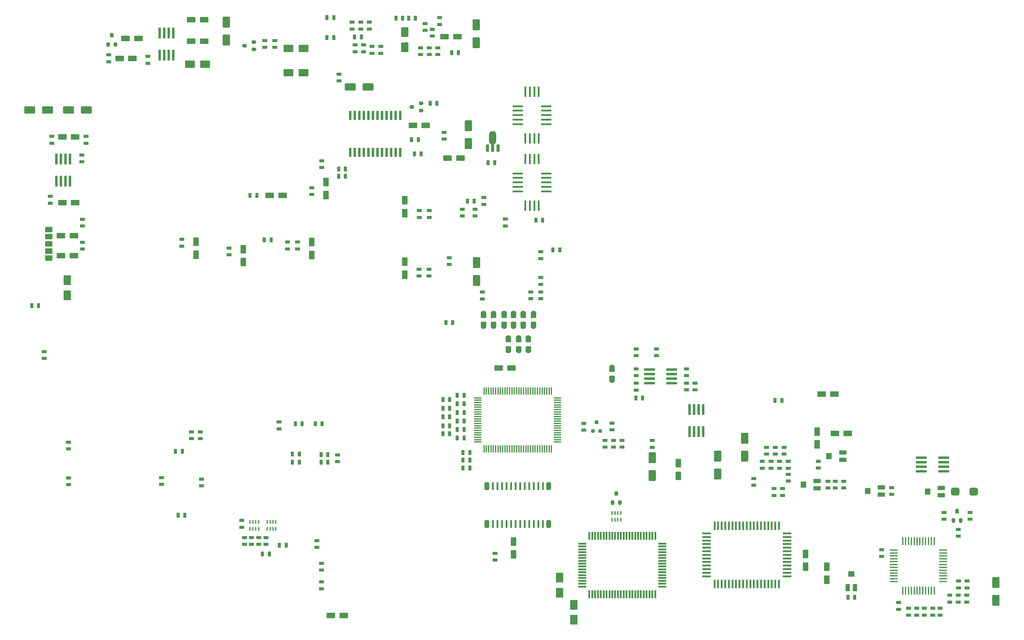
<source format=gtp>
G04 #@! TF.GenerationSoftware,KiCad,Pcbnew,7.0.8*
G04 #@! TF.CreationDate,2023-11-03T12:20:07+01:00*
G04 #@! TF.ProjectId,PCE,5043452e-6b69-4636-9164-5f7063625858,rev?*
G04 #@! TF.SameCoordinates,Original*
G04 #@! TF.FileFunction,Paste,Top*
G04 #@! TF.FilePolarity,Positive*
%FSLAX46Y46*%
G04 Gerber Fmt 4.6, Leading zero omitted, Abs format (unit mm)*
G04 Created by KiCad (PCBNEW 7.0.8) date 2023-11-03 12:20:07*
%MOMM*%
%LPD*%
G01*
G04 APERTURE LIST*
G04 Aperture macros list*
%AMRoundRect*
0 Rectangle with rounded corners*
0 $1 Rounding radius*
0 $2 $3 $4 $5 $6 $7 $8 $9 X,Y pos of 4 corners*
0 Add a 4 corners polygon primitive as box body*
4,1,4,$2,$3,$4,$5,$6,$7,$8,$9,$2,$3,0*
0 Add four circle primitives for the rounded corners*
1,1,$1+$1,$2,$3*
1,1,$1+$1,$4,$5*
1,1,$1+$1,$6,$7*
1,1,$1+$1,$8,$9*
0 Add four rect primitives between the rounded corners*
20,1,$1+$1,$2,$3,$4,$5,0*
20,1,$1+$1,$4,$5,$6,$7,0*
20,1,$1+$1,$6,$7,$8,$9,0*
20,1,$1+$1,$8,$9,$2,$3,0*%
G04 Aperture macros list end*
%ADD10RoundRect,0.200000X-0.800000X1.300000X-0.800000X-1.300000X0.800000X-1.300000X0.800000X1.300000X0*%
%ADD11RoundRect,0.219512X0.480488X-0.230488X0.480488X0.230488X-0.480488X0.230488X-0.480488X-0.230488X0*%
%ADD12RoundRect,0.219512X-0.480488X0.230488X-0.480488X-0.230488X0.480488X-0.230488X0.480488X0.230488X0*%
%ADD13RoundRect,0.219512X-0.230488X-0.480488X0.230488X-0.480488X0.230488X0.480488X-0.230488X0.480488X0*%
%ADD14RoundRect,0.060000X-1.440000X-0.240000X1.440000X-0.240000X1.440000X0.240000X-1.440000X0.240000X0*%
%ADD15RoundRect,0.150000X-1.050000X-0.600000X1.050000X-0.600000X1.050000X0.600000X-1.050000X0.600000X0*%
%ADD16RoundRect,0.150000X0.600000X-1.050000X0.600000X1.050000X-0.600000X1.050000X-0.600000X-1.050000X0*%
%ADD17RoundRect,0.200000X0.800000X-1.300000X0.800000X1.300000X-0.800000X1.300000X-0.800000X-1.300000X0*%
%ADD18RoundRect,0.150000X-0.600000X1.050000X-0.600000X-1.050000X0.600000X-1.050000X0.600000X1.050000X0*%
%ADD19R,0.500000X2.400000*%
%ADD20R,2.400000X0.500000*%
%ADD21R,0.400000X1.100000*%
%ADD22RoundRect,0.200000X-1.175000X-0.800000X1.175000X-0.800000X1.175000X0.800000X-1.175000X0.800000X0*%
%ADD23RoundRect,0.219512X0.230488X0.480488X-0.230488X0.480488X-0.230488X-0.480488X0.230488X-0.480488X0*%
%ADD24RoundRect,0.060000X-0.940000X-0.540000X0.940000X-0.540000X0.940000X0.540000X-0.940000X0.540000X0*%
%ADD25RoundRect,0.080000X-0.720000X-0.795000X0.720000X-0.795000X0.720000X0.795000X-0.720000X0.795000X0*%
%ADD26RoundRect,0.060000X0.240000X-1.440000X0.240000X1.440000X-0.240000X1.440000X-0.240000X-1.440000X0*%
%ADD27R,0.900000X2.000000*%
%ADD28R,0.900000X2.500000*%
%ADD29RoundRect,1.050000X0.000000X-0.825000X0.000000X0.825000X0.000000X0.825000X0.000000X-0.825000X0*%
%ADD30RoundRect,0.200000X0.300000X0.300000X-0.300000X0.300000X-0.300000X-0.300000X0.300000X-0.300000X0*%
%ADD31C,1.000000*%
%ADD32RoundRect,0.250000X0.250000X0.250000X-0.250000X0.250000X-0.250000X-0.250000X0.250000X-0.250000X0*%
%ADD33C,1.600000*%
%ADD34RoundRect,0.326087X-0.473913X0.423913X-0.473913X-0.423913X0.473913X-0.423913X0.473913X0.423913X0*%
%ADD35RoundRect,0.200000X-0.800000X1.175000X-0.800000X-1.175000X0.800000X-1.175000X0.800000X1.175000X0*%
%ADD36RoundRect,0.060000X-0.240000X1.190000X-0.240000X-1.190000X0.240000X-1.190000X0.240000X1.190000X0*%
%ADD37RoundRect,0.200000X0.300000X-0.300000X0.300000X0.300000X-0.300000X0.300000X-0.300000X-0.300000X0*%
%ADD38RoundRect,0.250000X0.250000X-0.250000X0.250000X0.250000X-0.250000X0.250000X-0.250000X-0.250000X0*%
%ADD39R,0.500000X2.200000*%
%ADD40R,2.200000X0.500000*%
%ADD41RoundRect,0.478260X-0.671740X-0.621740X0.671740X-0.621740X0.671740X0.621740X-0.671740X0.621740X0*%
%ADD42RoundRect,0.100000X-0.100000X0.950000X-0.100000X-0.950000X0.100000X-0.950000X0.100000X0.950000X0*%
%ADD43RoundRect,0.100000X-0.950000X0.100000X-0.950000X-0.100000X0.950000X-0.100000X0.950000X0.100000X0*%
%ADD44RoundRect,0.200000X-1.300000X-0.800000X1.300000X-0.800000X1.300000X0.800000X-1.300000X0.800000X0*%
%ADD45RoundRect,0.325000X0.325000X0.753750X-0.325000X0.753750X-0.325000X-0.753750X0.325000X-0.753750X0*%
%ADD46RoundRect,0.142500X0.142500X0.936250X-0.142500X0.936250X-0.142500X-0.936250X0.142500X-0.936250X0*%
%ADD47RoundRect,0.200000X1.300000X0.800000X-1.300000X0.800000X-1.300000X-0.800000X1.300000X-0.800000X0*%
%ADD48R,0.500000X3.000000*%
%ADD49R,3.000000X0.500000*%
%ADD50RoundRect,0.075000X0.925000X0.675000X-0.925000X0.675000X-0.925000X-0.675000X0.925000X-0.675000X0*%
%ADD51R,0.400000X2.250000*%
%ADD52R,2.250000X0.400000*%
%ADD53RoundRect,0.060000X-0.540000X0.940000X-0.540000X-0.940000X0.540000X-0.940000X0.540000X0.940000X0*%
%ADD54RoundRect,0.080000X-0.795000X0.720000X-0.795000X-0.720000X0.795000X-0.720000X0.795000X0.720000X0*%
G04 APERTURE END LIST*
D10*
X346125000Y-208050000D03*
X346125000Y-213050000D03*
D11*
X245625000Y-154250000D03*
X245625000Y-152350000D03*
D12*
X193350000Y-117275000D03*
X193350000Y-119175000D03*
D13*
X195575000Y-160525000D03*
X197475000Y-160525000D03*
D14*
X325300000Y-173145000D03*
X325300000Y-174415000D03*
X325300000Y-175685000D03*
X325300000Y-176955000D03*
X331500000Y-176950000D03*
X331500000Y-175685000D03*
X331500000Y-174415000D03*
X331500000Y-173145000D03*
D15*
X121212200Y-50774600D03*
X124812200Y-50774600D03*
D12*
X259675000Y-148325000D03*
X259675000Y-150225000D03*
D11*
X288100000Y-179700000D03*
X288100000Y-177800000D03*
D16*
X180925000Y-104825000D03*
X180925000Y-101225000D03*
D13*
X195575000Y-167700000D03*
X197475000Y-167700000D03*
D11*
X314150000Y-200800000D03*
X314150000Y-198900000D03*
D12*
X236900000Y-168325000D03*
X236900000Y-170225000D03*
D17*
X200950000Y-123625000D03*
X200950000Y-118625000D03*
D18*
X211325000Y-196600000D03*
X211325000Y-200200000D03*
D19*
X267475000Y-208475000D03*
X268475000Y-208475000D03*
X269475000Y-208475000D03*
X270475000Y-208475000D03*
X271475000Y-208475000D03*
X272475000Y-208475000D03*
X273475000Y-208475000D03*
X274475000Y-208475000D03*
X275475000Y-208475000D03*
X276475000Y-208475000D03*
X277475000Y-208475000D03*
X278475000Y-208475000D03*
X279475000Y-208475000D03*
X280475000Y-208475000D03*
X281475000Y-208475000D03*
X282475000Y-208475000D03*
X285475000Y-208475000D03*
X284475000Y-208475000D03*
X283475000Y-208475000D03*
D20*
X287725000Y-206325000D03*
X287725000Y-205325000D03*
X287725000Y-204325000D03*
X287725000Y-203325000D03*
X287725000Y-202325000D03*
X287725000Y-201325000D03*
X287725000Y-200325000D03*
X287725000Y-199325000D03*
X287725000Y-198325000D03*
X287725000Y-197325000D03*
X287725000Y-196325000D03*
X287725000Y-195325000D03*
X287725000Y-194325000D03*
D19*
X285475000Y-192175000D03*
X284475000Y-192175000D03*
X283475000Y-192175000D03*
X282475000Y-192175000D03*
X281475000Y-192175000D03*
X280475000Y-192175000D03*
X279475000Y-192175000D03*
X278475000Y-192175000D03*
X277475000Y-192175000D03*
X276475000Y-192175000D03*
X275475000Y-192175000D03*
X274475000Y-192175000D03*
X273475000Y-192175000D03*
X272475000Y-192175000D03*
X271475000Y-192175000D03*
X270475000Y-192175000D03*
X269475000Y-192175000D03*
X268475000Y-192175000D03*
X267475000Y-192175000D03*
D20*
X265225000Y-194325000D03*
X265225000Y-195325000D03*
X265225000Y-196325000D03*
X265225000Y-197325000D03*
X265225000Y-198325000D03*
X265225000Y-199325000D03*
X265225000Y-200325000D03*
X265225000Y-201325000D03*
X265225000Y-202325000D03*
X265225000Y-203325000D03*
X265225000Y-204325000D03*
X265225000Y-205325000D03*
X265225000Y-206325000D03*
D21*
X142475000Y-193050000D03*
X143275000Y-193050000D03*
X144075000Y-193050000D03*
X144875000Y-193050000D03*
X144875000Y-191150000D03*
X144075000Y-191150000D03*
X143275000Y-191150000D03*
X142475000Y-191150000D03*
D22*
X120875000Y-63150000D03*
X125075000Y-63150000D03*
D18*
X135750000Y-114900000D03*
X135750000Y-118500000D03*
D11*
X167000000Y-59675000D03*
X167000000Y-57775000D03*
D13*
X191575000Y-161725000D03*
X193475000Y-161725000D03*
D11*
X171000000Y-53325000D03*
X171000000Y-51425000D03*
D23*
X119475000Y-189275000D03*
X117575000Y-189275000D03*
D11*
X80175000Y-145425000D03*
X80175000Y-143525000D03*
D12*
X285675000Y-174225000D03*
X285675000Y-176125000D03*
X191875000Y-82200000D03*
X191875000Y-84100000D03*
D24*
X296150000Y-179725000D03*
D25*
X292300000Y-180725000D03*
D24*
X296150000Y-181725000D03*
D12*
X162560000Y-65979000D03*
X162560000Y-67879000D03*
D11*
X168600000Y-53325000D03*
X168600000Y-51425000D03*
X301200000Y-181650000D03*
X301200000Y-179750000D03*
X318900000Y-215575000D03*
X318900000Y-213675000D03*
D13*
X187975000Y-74100000D03*
X189875000Y-74100000D03*
D26*
X260520000Y-165875000D03*
X261790000Y-165875000D03*
X263060000Y-165875000D03*
X264330000Y-165875000D03*
X264325000Y-159675000D03*
X263060000Y-159675000D03*
X261790000Y-159675000D03*
X260520000Y-159675000D03*
D12*
X239200000Y-168325000D03*
X239200000Y-170225000D03*
D21*
X238850000Y-190550000D03*
X239650000Y-190550000D03*
X240450000Y-190550000D03*
X241250000Y-190550000D03*
X241250000Y-188650000D03*
X240450000Y-188650000D03*
X239650000Y-188650000D03*
X238850000Y-188650000D03*
D11*
X112950000Y-180650000D03*
X112950000Y-178750000D03*
X91821000Y-85262800D03*
X91821000Y-83362800D03*
D13*
X76662200Y-130683000D03*
X78562200Y-130683000D03*
D11*
X251250000Y-144650000D03*
X251250000Y-142750000D03*
D27*
X203975000Y-86600000D03*
D28*
X205475000Y-86350000D03*
D29*
X205475000Y-83725000D03*
D27*
X206975000Y-86600000D03*
D12*
X286500000Y-181812500D03*
X286500000Y-183712500D03*
D30*
X182950000Y-75100000D03*
D31*
X182650000Y-75100000D03*
X185650000Y-76100000D03*
D32*
X185350000Y-76100000D03*
D31*
X185650000Y-74100000D03*
D32*
X185350000Y-74100000D03*
D15*
X192027400Y-55499000D03*
X195627400Y-55499000D03*
D23*
X180345200Y-50342800D03*
X178445200Y-50342800D03*
D11*
X335625000Y-213525000D03*
X335625000Y-211625000D03*
D24*
X330875000Y-181625000D03*
D25*
X327025000Y-182625000D03*
D24*
X330875000Y-183625000D03*
D13*
X195575000Y-162925000D03*
X197475000Y-162925000D03*
D15*
X143175000Y-99875000D03*
X146775000Y-99875000D03*
D13*
X157500000Y-174425000D03*
X159400000Y-174425000D03*
D11*
X135325000Y-192625000D03*
X135325000Y-190725000D03*
D33*
X205700000Y-132900000D03*
D34*
X205700000Y-133350000D03*
X205700000Y-135950000D03*
D33*
X205700000Y-136400000D03*
D12*
X184875000Y-120475000D03*
X184875000Y-122375000D03*
X123725000Y-165975000D03*
X123725000Y-167875000D03*
D11*
X190119000Y-60487600D03*
X190119000Y-58587600D03*
D12*
X109067600Y-61000600D03*
X109067600Y-62900600D03*
X208975000Y-106475000D03*
X208975000Y-108375000D03*
D23*
X286275000Y-157175000D03*
X284375000Y-157175000D03*
D12*
X187750000Y-104100000D03*
X187750000Y-106000000D03*
D35*
X228175000Y-214300000D03*
X228175000Y-218500000D03*
D12*
X230925000Y-163575000D03*
X230925000Y-165475000D03*
D13*
X217525000Y-106800000D03*
X219425000Y-106800000D03*
D11*
X278425000Y-180875000D03*
X278425000Y-178975000D03*
D12*
X238850000Y-163512500D03*
X238850000Y-165412500D03*
X184925000Y-104100000D03*
X184925000Y-106000000D03*
D11*
X90805000Y-114843600D03*
X90805000Y-112943600D03*
D13*
X166875000Y-55550000D03*
X168775000Y-55550000D03*
D15*
X102848000Y-55981600D03*
X106448000Y-55981600D03*
X160275000Y-217250000D03*
X163875000Y-217250000D03*
D12*
X187675000Y-120475000D03*
X187675000Y-122375000D03*
D13*
X162425000Y-94500000D03*
X164325000Y-94500000D03*
D23*
X199075000Y-173850000D03*
X197175000Y-173850000D03*
D13*
X159175000Y-50150000D03*
X161075000Y-50150000D03*
D11*
X328450000Y-217175000D03*
X328450000Y-215275000D03*
D22*
X148425000Y-65550000D03*
X152625000Y-65550000D03*
D10*
X198650000Y-80350000D03*
X198650000Y-85350000D03*
D11*
X142100000Y-197400000D03*
X142100000Y-195500000D03*
D12*
X259675000Y-152325000D03*
X259675000Y-154225000D03*
D23*
X183891000Y-50342800D03*
X181991000Y-50342800D03*
D12*
X245625000Y-148350000D03*
X245625000Y-150250000D03*
X90627200Y-88585000D03*
X90627200Y-90485000D03*
D11*
X86950000Y-180700000D03*
X86950000Y-178800000D03*
X330500000Y-217175000D03*
X330500000Y-215275000D03*
D15*
X85223800Y-101879400D03*
X88823800Y-101879400D03*
D13*
X137650000Y-99875000D03*
X139550000Y-99875000D03*
D10*
X268350000Y-172725000D03*
X268350000Y-177725000D03*
D36*
X179610000Y-77525000D03*
X178340000Y-77525000D03*
X177070000Y-77525000D03*
X175800000Y-77525000D03*
X174530000Y-77525000D03*
X173260000Y-77525000D03*
X171990000Y-77525000D03*
X170720000Y-77525000D03*
X169450000Y-77525000D03*
X168180000Y-77525000D03*
X166910000Y-77525000D03*
X165640000Y-77525000D03*
X165640000Y-87825000D03*
X166910000Y-87825000D03*
X168180000Y-87825000D03*
X169450000Y-87825000D03*
X170720000Y-87825000D03*
X171990000Y-87825000D03*
X173260000Y-87825000D03*
X174530000Y-87825000D03*
X175800000Y-87825000D03*
X177070000Y-87825000D03*
X178340000Y-87825000D03*
X179610000Y-87825000D03*
D23*
X159400000Y-172300000D03*
X157500000Y-172300000D03*
D37*
X240025000Y-183250000D03*
D31*
X240025000Y-182950000D03*
X239025000Y-185950000D03*
D38*
X239025000Y-185650000D03*
D31*
X241025000Y-185950000D03*
D38*
X241025000Y-185650000D03*
D10*
X200914000Y-52211600D03*
X200914000Y-57211600D03*
D11*
X131775000Y-116450000D03*
X131775000Y-114550000D03*
X82245200Y-85262800D03*
X82245200Y-83362800D03*
D39*
X250900000Y-195050000D03*
X250100000Y-195050000D03*
X249300000Y-195050000D03*
X248500000Y-195050000D03*
X247700000Y-195050000D03*
X246900000Y-195050000D03*
X246100000Y-195050000D03*
X245300000Y-195050000D03*
X244500000Y-195050000D03*
X243700000Y-195050000D03*
X242900000Y-195050000D03*
X242100000Y-195050000D03*
X241300000Y-195050000D03*
X240500000Y-195050000D03*
X239700000Y-195050000D03*
X238900000Y-195050000D03*
X238100000Y-195050000D03*
X237300000Y-195050000D03*
X236500000Y-195050000D03*
X235700000Y-195050000D03*
X234900000Y-195050000D03*
X234100000Y-195050000D03*
X233300000Y-195050000D03*
X232500000Y-195050000D03*
D40*
X230550000Y-197200000D03*
X230550000Y-198000000D03*
X230550000Y-198800000D03*
X230550000Y-199600000D03*
X230550000Y-200400000D03*
X230550000Y-201200000D03*
X230550000Y-202000000D03*
X230550000Y-202800000D03*
X230550000Y-203600000D03*
X230550000Y-204400000D03*
X230550000Y-205200000D03*
X230550000Y-206000000D03*
X230550000Y-206800000D03*
X230550000Y-207600000D03*
X230550000Y-208400000D03*
X230550000Y-209200000D03*
D39*
X232500000Y-211350000D03*
X233300000Y-211350000D03*
X234100000Y-211350000D03*
X234900000Y-211350000D03*
X235700000Y-211350000D03*
X236500000Y-211350000D03*
X237300000Y-211350000D03*
X238100000Y-211350000D03*
X238900000Y-211350000D03*
X239700000Y-211350000D03*
X240500000Y-211350000D03*
X241300000Y-211350000D03*
X242100000Y-211350000D03*
X242900000Y-211350000D03*
X243700000Y-211350000D03*
X244500000Y-211350000D03*
X245300000Y-211350000D03*
X246100000Y-211350000D03*
X246900000Y-211350000D03*
X247700000Y-211350000D03*
X248500000Y-211350000D03*
X249300000Y-211350000D03*
X250100000Y-211350000D03*
X250900000Y-211350000D03*
D40*
X252850000Y-209200000D03*
X252850000Y-208400000D03*
X252850000Y-207600000D03*
X252850000Y-206800000D03*
X252850000Y-206000000D03*
X252850000Y-205200000D03*
X252850000Y-204400000D03*
X252850000Y-203600000D03*
X252850000Y-202800000D03*
X252850000Y-202000000D03*
X252850000Y-201200000D03*
X252850000Y-200400000D03*
X252850000Y-199600000D03*
X252850000Y-198800000D03*
X252850000Y-198000000D03*
X252850000Y-197200000D03*
D12*
X145725000Y-163200000D03*
X145725000Y-165100000D03*
D41*
X334725000Y-182650000D03*
X339925000Y-182650000D03*
D15*
X101222400Y-61569600D03*
X104822400Y-61569600D03*
D14*
X249325000Y-148570000D03*
X249325000Y-149840000D03*
X249325000Y-151110000D03*
X249325000Y-152380000D03*
X255525000Y-152375000D03*
X255525000Y-151110000D03*
X255525000Y-149840000D03*
X255525000Y-148570000D03*
D10*
X131000000Y-51450000D03*
X131000000Y-56450000D03*
D12*
X157600000Y-202675000D03*
X157600000Y-204575000D03*
D15*
X207125000Y-148125000D03*
X210725000Y-148125000D03*
D13*
X245500000Y-156475000D03*
X247400000Y-156475000D03*
D11*
X216125000Y-128750000D03*
X216125000Y-126850000D03*
D13*
X204150000Y-90675000D03*
X206050000Y-90675000D03*
D11*
X171800000Y-60100000D03*
X171800000Y-58200000D03*
D15*
X84814000Y-116662200D03*
X88414000Y-116662200D03*
D26*
X83545000Y-95850000D03*
X84815000Y-95850000D03*
X86085000Y-95850000D03*
X87355000Y-95850000D03*
X87350000Y-89650000D03*
X86085000Y-89650000D03*
X84815000Y-89650000D03*
X83545000Y-89650000D03*
D23*
X194312500Y-135400000D03*
X192412500Y-135400000D03*
D12*
X200575000Y-103700000D03*
X200575000Y-105600000D03*
X288100000Y-174200000D03*
X288100000Y-176100000D03*
X283250000Y-174225000D03*
X283250000Y-176125000D03*
D33*
X208650000Y-132900000D03*
D34*
X208650000Y-133350000D03*
X208650000Y-135950000D03*
D33*
X208650000Y-136400000D03*
D21*
X137675000Y-193050000D03*
X138475000Y-193050000D03*
X139275000Y-193050000D03*
X140075000Y-193050000D03*
X140075000Y-191150000D03*
X139275000Y-191150000D03*
X138475000Y-191150000D03*
X137675000Y-191150000D03*
D11*
X150900000Y-114825000D03*
X150900000Y-112925000D03*
D10*
X250100000Y-173200000D03*
X250100000Y-178200000D03*
D15*
X192850000Y-89400000D03*
X196450000Y-89400000D03*
D11*
X326075000Y-217175000D03*
X326075000Y-215275000D03*
D12*
X280850000Y-174225000D03*
X280850000Y-176125000D03*
X331600000Y-188450000D03*
X331600000Y-190350000D03*
D15*
X301125000Y-166375000D03*
X304725000Y-166375000D03*
D11*
X90805000Y-108432600D03*
X90805000Y-106532600D03*
D12*
X206125000Y-199912500D03*
X206125000Y-201812500D03*
X284125000Y-181812500D03*
X284125000Y-183712500D03*
D42*
X221900000Y-154500000D03*
X221250000Y-154500000D03*
X220600000Y-154500000D03*
X219950000Y-154500000D03*
X219300000Y-154500000D03*
X218650000Y-154500000D03*
X218000000Y-154500000D03*
X217350000Y-154500000D03*
X216700000Y-154500000D03*
X216050000Y-154500000D03*
X215400000Y-154500000D03*
X214750000Y-154500000D03*
X214100000Y-154500000D03*
X213450000Y-154500000D03*
X212800000Y-154500000D03*
X212150000Y-154500000D03*
X211500000Y-154500000D03*
X210850000Y-154500000D03*
X210200000Y-154500000D03*
X209550000Y-154500000D03*
X208900000Y-154500000D03*
X208250000Y-154500000D03*
X207600000Y-154500000D03*
X206950000Y-154500000D03*
X206300000Y-154500000D03*
X205650000Y-154500000D03*
X205000000Y-154500000D03*
X204350000Y-154500000D03*
X203700000Y-154500000D03*
X203050000Y-154500000D03*
D43*
X201350000Y-156450000D03*
X201350000Y-157100000D03*
X201350000Y-157750000D03*
X201350000Y-158400000D03*
X201350000Y-159050000D03*
X201350000Y-159700000D03*
X201350000Y-160350000D03*
X201350000Y-161000000D03*
X201350000Y-161650000D03*
X201350000Y-162300000D03*
X201350000Y-162950000D03*
X201350000Y-163600000D03*
X201350000Y-164250000D03*
X201350000Y-164900000D03*
X201350000Y-165550000D03*
X201350000Y-166200000D03*
X201350000Y-166850000D03*
X201350000Y-167500000D03*
X201350000Y-168150000D03*
X201350000Y-168800000D03*
D42*
X203050000Y-170750000D03*
X203700000Y-170750000D03*
X204350000Y-170750000D03*
X205000000Y-170750000D03*
X205650000Y-170750000D03*
X206300000Y-170750000D03*
X206950000Y-170750000D03*
X207600000Y-170750000D03*
X208250000Y-170750000D03*
X208900000Y-170750000D03*
X209550000Y-170750000D03*
X210200000Y-170750000D03*
X210850000Y-170750000D03*
X211500000Y-170750000D03*
X212150000Y-170750000D03*
X212800000Y-170750000D03*
X213450000Y-170750000D03*
X214100000Y-170750000D03*
X214750000Y-170750000D03*
X215400000Y-170750000D03*
X216050000Y-170750000D03*
X216700000Y-170750000D03*
X217350000Y-170750000D03*
X218000000Y-170750000D03*
X218650000Y-170750000D03*
X219300000Y-170750000D03*
X219950000Y-170750000D03*
X220600000Y-170750000D03*
X221250000Y-170750000D03*
X221900000Y-170750000D03*
D43*
X223600000Y-168800000D03*
X223600000Y-168150000D03*
X223600000Y-167500000D03*
X223600000Y-166850000D03*
X223600000Y-166200000D03*
X223600000Y-165550000D03*
X223600000Y-164900000D03*
X223600000Y-164250000D03*
X223600000Y-163600000D03*
X223600000Y-162950000D03*
X223600000Y-162300000D03*
X223600000Y-161650000D03*
X223600000Y-161000000D03*
X223600000Y-160350000D03*
X223600000Y-159700000D03*
X223600000Y-159050000D03*
X223600000Y-158400000D03*
X223600000Y-157750000D03*
X223600000Y-157100000D03*
X223600000Y-156450000D03*
D23*
X184700000Y-84275000D03*
X182800000Y-84275000D03*
D11*
X121325000Y-167875000D03*
X121325000Y-165975000D03*
D23*
X143537500Y-112250000D03*
X141637500Y-112250000D03*
D11*
X202975000Y-102375000D03*
X202975000Y-100475000D03*
D23*
X199075000Y-176050000D03*
X197175000Y-176050000D03*
D33*
X209900000Y-139700000D03*
D34*
X209900000Y-140150000D03*
X209900000Y-142750000D03*
D33*
X209900000Y-143200000D03*
D11*
X140075000Y-197400000D03*
X140075000Y-195500000D03*
D13*
X195575000Y-158125000D03*
X197475000Y-158125000D03*
D15*
X121212200Y-56769000D03*
X124812200Y-56769000D03*
D11*
X218900000Y-124725000D03*
X218900000Y-122825000D03*
X333250000Y-213525000D03*
X333250000Y-211625000D03*
D13*
X159175000Y-55775000D03*
X161075000Y-55775000D03*
D44*
X165698800Y-69519800D03*
X170698800Y-69519800D03*
D22*
X148425000Y-58750000D03*
X152625000Y-58750000D03*
D23*
X224225000Y-115100000D03*
X222325000Y-115100000D03*
D11*
X245625000Y-144650000D03*
X245625000Y-142750000D03*
D12*
X282025000Y-170250000D03*
X282025000Y-172150000D03*
D11*
X321725000Y-217175000D03*
X321725000Y-215275000D03*
X335675000Y-209550000D03*
X335675000Y-207650000D03*
D18*
X158925000Y-96150000D03*
X158925000Y-99750000D03*
D11*
X324025000Y-217175000D03*
X324025000Y-215275000D03*
D12*
X141825000Y-56575000D03*
X141825000Y-58475000D03*
D11*
X157600000Y-209800000D03*
X157600000Y-207900000D03*
D13*
X195575000Y-165325000D03*
X197475000Y-165325000D03*
D33*
X214050000Y-132900000D03*
D34*
X214050000Y-133350000D03*
X214050000Y-135950000D03*
D33*
X214050000Y-136400000D03*
D11*
X202575000Y-128762500D03*
X202575000Y-126862500D03*
D10*
X275900000Y-167750000D03*
X275900000Y-172750000D03*
D33*
X202900000Y-132900000D03*
D34*
X202900000Y-133350000D03*
X202900000Y-135950000D03*
D33*
X202900000Y-136400000D03*
D45*
X221080400Y-181166800D03*
D46*
X219490000Y-181165550D03*
X218220000Y-181165550D03*
X216950000Y-181165550D03*
X215680000Y-181165550D03*
X214410000Y-181165550D03*
X213140000Y-181165550D03*
X211870000Y-181165550D03*
X210600000Y-181165550D03*
X209330000Y-181165550D03*
X208060000Y-181165550D03*
X206790000Y-181165550D03*
X205520000Y-181165550D03*
D45*
X203884600Y-181166800D03*
X203884600Y-191733200D03*
D46*
X205520000Y-191731950D03*
X206790000Y-191731950D03*
X208060000Y-191731950D03*
X209330000Y-191731950D03*
X210600000Y-191731950D03*
X211870000Y-191731950D03*
X213140000Y-191731950D03*
X214410000Y-191731950D03*
X215680000Y-191731950D03*
X216950000Y-191731950D03*
X218220000Y-191731950D03*
X219490000Y-191731950D03*
D45*
X221080400Y-191733200D03*
D18*
X122600000Y-112825000D03*
X122600000Y-116425000D03*
D12*
X284475000Y-170250000D03*
X284475000Y-172150000D03*
X250100000Y-168375000D03*
X250100000Y-170275000D03*
X86950000Y-168850000D03*
X86950000Y-170750000D03*
X262050000Y-152325000D03*
X262050000Y-154225000D03*
D11*
X136100000Y-197400000D03*
X136100000Y-195500000D03*
D15*
X297400000Y-155400000D03*
X301000000Y-155400000D03*
D13*
X195575000Y-155750000D03*
X197475000Y-155750000D03*
D12*
X197000000Y-103700000D03*
X197000000Y-105600000D03*
D23*
X118725000Y-171375000D03*
X116825000Y-171375000D03*
D12*
X335600000Y-193200000D03*
X335600000Y-195100000D03*
X241625000Y-168325000D03*
X241625000Y-170225000D03*
D11*
X118625000Y-114050000D03*
X118625000Y-112150000D03*
D13*
X191575000Y-156925000D03*
X193475000Y-156925000D03*
D11*
X218900000Y-128750000D03*
X218900000Y-126850000D03*
D47*
X91933400Y-75946000D03*
X86933400Y-75946000D03*
D30*
X136225000Y-58000000D03*
D31*
X135925000Y-58000000D03*
X138925000Y-59000000D03*
D32*
X138625000Y-59000000D03*
D31*
X138925000Y-57000000D03*
D32*
X138625000Y-57000000D03*
D13*
X183600000Y-88275000D03*
X185500000Y-88275000D03*
D33*
X216850000Y-132900000D03*
D34*
X216850000Y-133350000D03*
X216850000Y-135950000D03*
D33*
X216850000Y-136400000D03*
D15*
X183150000Y-80300000D03*
X186750000Y-80300000D03*
D11*
X187731400Y-60487600D03*
X187731400Y-58587600D03*
D35*
X224150000Y-206700000D03*
X224150000Y-210900000D03*
D23*
X147775000Y-197650000D03*
X145875000Y-197650000D03*
D33*
X238850000Y-147975000D03*
D34*
X238850000Y-148425000D03*
X238850000Y-151025000D03*
D33*
X238850000Y-151475000D03*
D11*
X299150000Y-181650000D03*
X299150000Y-179750000D03*
D26*
X112395000Y-60650000D03*
X113665000Y-60650000D03*
X114935000Y-60650000D03*
X116205000Y-60650000D03*
X116200000Y-54450000D03*
X114935000Y-54450000D03*
X113665000Y-54450000D03*
X112395000Y-54450000D03*
D37*
X335225000Y-188225000D03*
D31*
X335225000Y-187925000D03*
X334225000Y-190925000D03*
D38*
X334225000Y-190625000D03*
D31*
X336225000Y-190925000D03*
D38*
X336225000Y-190625000D03*
D13*
X191575000Y-164250000D03*
X193475000Y-164250000D03*
X191575000Y-166500000D03*
X193475000Y-166500000D03*
D23*
X306675000Y-212225000D03*
X304775000Y-212225000D03*
X151400000Y-174475000D03*
X149500000Y-174475000D03*
D13*
X155925000Y-163725000D03*
X157825000Y-163725000D03*
D15*
X84814000Y-111099600D03*
X88414000Y-111099600D03*
D11*
X169375000Y-59675000D03*
X169375000Y-57775000D03*
D12*
X98196400Y-60594200D03*
X98196400Y-62494200D03*
D11*
X166200000Y-53325000D03*
X166200000Y-51425000D03*
D18*
X154875000Y-112900000D03*
X154875000Y-116500000D03*
D35*
X86614000Y-123553800D03*
X86614000Y-127753800D03*
D12*
X186537600Y-51805800D03*
X186537600Y-53705800D03*
X286900000Y-170250000D03*
X286900000Y-172150000D03*
D13*
X198400000Y-101425000D03*
X200300000Y-101425000D03*
D12*
X81838800Y-100131800D03*
X81838800Y-102031800D03*
D11*
X338850000Y-190350000D03*
X338850000Y-188450000D03*
D23*
X143050000Y-200075000D03*
X141150000Y-200075000D03*
D35*
X180924200Y-54237200D03*
X180924200Y-58437200D03*
D11*
X185293000Y-60487600D03*
X185293000Y-58587600D03*
D48*
X215850000Y-89725000D03*
X214600000Y-89725000D03*
D49*
X212450000Y-93725000D03*
X212450000Y-94975000D03*
X212450000Y-96225000D03*
X212450000Y-97475000D03*
X212450000Y-98725000D03*
D48*
X214600000Y-102725000D03*
X215850000Y-102725000D03*
X217100000Y-102725000D03*
X218350000Y-102725000D03*
D49*
X220450000Y-98725000D03*
X220450000Y-97475000D03*
X220450000Y-96225000D03*
X220450000Y-94975000D03*
X220450000Y-93725000D03*
D48*
X218350000Y-89725000D03*
X217100000Y-89725000D03*
D12*
X338000000Y-211625000D03*
X338000000Y-213525000D03*
D11*
X296450000Y-176075000D03*
X296450000Y-174175000D03*
D23*
X151400000Y-172125000D03*
X149500000Y-172125000D03*
D11*
X154875000Y-99600000D03*
X154875000Y-97700000D03*
X218900000Y-117500000D03*
X218900000Y-115600000D03*
D33*
X211275000Y-132900000D03*
D34*
X211275000Y-133350000D03*
X211275000Y-135950000D03*
D33*
X211275000Y-136400000D03*
D15*
X85223800Y-83515200D03*
X88823800Y-83515200D03*
D11*
X338050000Y-209550000D03*
X338050000Y-207650000D03*
D37*
X234475000Y-163300000D03*
D38*
X233475000Y-165700000D03*
X235475000Y-165700000D03*
D11*
X162100000Y-174300000D03*
X162100000Y-172400000D03*
X316950000Y-183425000D03*
X316950000Y-181525000D03*
D12*
X157700000Y-90187500D03*
X157700000Y-92087500D03*
D11*
X148125000Y-114825000D03*
X148125000Y-112925000D03*
D37*
X99034600Y-55162600D03*
D31*
X99034600Y-54862600D03*
X98034600Y-57862600D03*
D38*
X98034600Y-57562600D03*
D31*
X100034600Y-57862600D03*
D38*
X100034600Y-57562600D03*
D16*
X180875000Y-122000000D03*
X180875000Y-118400000D03*
D48*
X215850000Y-70925000D03*
X214600000Y-70925000D03*
D49*
X212450000Y-74925000D03*
X212450000Y-76175000D03*
X212450000Y-77425000D03*
X212450000Y-78675000D03*
X212450000Y-79925000D03*
D48*
X214600000Y-83925000D03*
X215850000Y-83925000D03*
X217100000Y-83925000D03*
X218350000Y-83925000D03*
D49*
X220450000Y-79925000D03*
X220450000Y-78675000D03*
X220450000Y-77425000D03*
X220450000Y-76175000D03*
X220450000Y-74925000D03*
D48*
X218350000Y-70925000D03*
X217100000Y-70925000D03*
D23*
X152225000Y-163725000D03*
X150325000Y-163725000D03*
D47*
X81102200Y-75946000D03*
X76102200Y-75946000D03*
D18*
X257350000Y-174650000D03*
X257350000Y-178250000D03*
D23*
X199075000Y-171700000D03*
X197175000Y-171700000D03*
D12*
X138075000Y-195500000D03*
X138075000Y-197400000D03*
D11*
X144600000Y-58475000D03*
X144600000Y-56575000D03*
D18*
X298850000Y-203675000D03*
X298850000Y-207275000D03*
D11*
X174200000Y-60100000D03*
X174200000Y-58200000D03*
X124050000Y-181075000D03*
X124050000Y-179175000D03*
D24*
X303300000Y-171750000D03*
D25*
X299450000Y-172750000D03*
D24*
X303300000Y-173750000D03*
D12*
X156375000Y-196350000D03*
X156375000Y-198250000D03*
D50*
X81381600Y-117385600D03*
X81381600Y-115385600D03*
X81381600Y-113385600D03*
X81381600Y-111385600D03*
X81381600Y-109385600D03*
D51*
X320075000Y-210325000D03*
X320875000Y-210325000D03*
X321675000Y-210325000D03*
X322475000Y-210325000D03*
X323275000Y-210325000D03*
X324075000Y-210325000D03*
X324875000Y-210325000D03*
X325675000Y-210325000D03*
X326475000Y-210325000D03*
X327275000Y-210325000D03*
X328075000Y-210325000D03*
X328875000Y-210325000D03*
D52*
X331375000Y-207825000D03*
X331375000Y-207025000D03*
X331375000Y-206225000D03*
X331375000Y-205425000D03*
X331375000Y-204625000D03*
X331375000Y-203825000D03*
X331375000Y-203025000D03*
X331375000Y-202225000D03*
X331375000Y-201425000D03*
X331375000Y-200625000D03*
X331375000Y-199825000D03*
X331375000Y-199025000D03*
D51*
X328875000Y-196525000D03*
X328075000Y-196525000D03*
X327275000Y-196525000D03*
X326475000Y-196525000D03*
X325675000Y-196525000D03*
X324875000Y-196525000D03*
X324075000Y-196525000D03*
X323275000Y-196525000D03*
X322475000Y-196525000D03*
X321675000Y-196525000D03*
X320875000Y-196525000D03*
X320075000Y-196525000D03*
D52*
X317575000Y-199025000D03*
X317575000Y-199825000D03*
X317575000Y-200625000D03*
X317575000Y-201425000D03*
X317575000Y-202225000D03*
X317575000Y-203025000D03*
X317575000Y-203825000D03*
X317575000Y-204625000D03*
X317575000Y-205425000D03*
X317575000Y-206225000D03*
X317575000Y-207025000D03*
X317575000Y-207825000D03*
D13*
X162425000Y-92500000D03*
X164325000Y-92500000D03*
D53*
X306725000Y-209525000D03*
D54*
X305725000Y-205675000D03*
D53*
X304725000Y-209525000D03*
D11*
X303600000Y-181650000D03*
X303600000Y-179750000D03*
D23*
X195920400Y-59944000D03*
X194020400Y-59944000D03*
D33*
X215425000Y-139700000D03*
D34*
X215425000Y-140150000D03*
X215425000Y-142750000D03*
D33*
X215425000Y-143200000D03*
X212700000Y-139700000D03*
D34*
X212700000Y-140150000D03*
X212700000Y-142750000D03*
D33*
X212700000Y-143200000D03*
D12*
X190652400Y-50180200D03*
X190652400Y-52080200D03*
D11*
X188595000Y-55306000D03*
X188595000Y-53406000D03*
D24*
X314100000Y-181475000D03*
D25*
X310250000Y-182475000D03*
D24*
X314100000Y-183475000D03*
D13*
X191575000Y-159350000D03*
X193475000Y-159350000D03*
D18*
X296175000Y-165850000D03*
X296175000Y-169450000D03*
X292900000Y-200075000D03*
X292900000Y-203675000D03*
M02*

</source>
